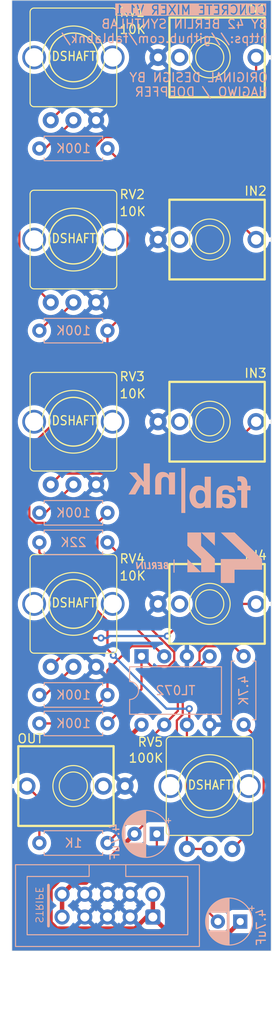
<source format=kicad_pcb>
(kicad_pcb (version 20240108) (generator "pcbnew") (generator_version "8.0")
  (layers (0 "F.Cu" signal) (31 "B.Cu" signal) (34 "B.Paste" user) (35 "F.Paste" user) (36 "B.SilkS" user "B.Silkscreen") (37 "F.SilkS" user "F.Silkscreen") (38 "B.Mask" user) (39 "F.Mask" user) (44 "Edge.Cuts" user))
  (net 0 "")
  (net 1 "GND")
  (net 2 "Net-(J1-PadT)")
  (net 3 "Net-(J2-PadT)")
  (net 5 "Net-(J3-PadT)")
  (net 7 "Net-(J4-PadT)")
  (net 9 "Net-(J5-PadT)")
  (net 11 "Net-(U2C-V+)")
  (net 12 "Net-(U2C-V-)")
  (net 13 "Net-(R1-Pad1)")
  (net 14 "Net-(U2A--)")
  (net 15 "Net-(R2-Pad1)")
  (net 16 "Net-(R3-Pad1)")
  (net 17 "Net-(R4-Pad1)")
  (net 18 "Net-(R5-Pad2)")
  (net 19 "Net-(U2B--)")
  (net 20 "Net-(R7-Pad1)")
  (net 21 "Net-(R7-Pad2)")
  (net 22 "Net-(C1-Pad2)")
  (footprint "LibraryAll:EighthInch_PJ398SM_T_TN_S" (layer "F.Cu") (at 98.78 100.15 180)
    (property "Reference" "J3" (hide yes))
    (property "Value" "IN3")
  )
  (footprint "LibraryAll:EighthInch_PJ398SM_T_TN_S" (layer "F.Cu") (at 83.54 140.79)
    (property "Reference" "J5" (hide yes))
    (property "Value" "OUT")
  )
  (footprint "LibraryAll:Pot_9mm_DShaft_RemovedPins4_5" (layer "F.Cu") (at 83.54 120.47 180)
    (property "Reference" "RV4")
    (property "Value" "10K")
  )
  (footprint "LibraryAll:Pot_9mm_DShaft_RemovedPins4_5" (layer "F.Cu") (at 98.78 140.79 180)
    (property "Reference" "RV5")
    (property "Value" "100K")
  )
  (footprint "LibraryAll:Pot_9mm_DShaft_RemovedPins4_5" (layer "F.Cu") (at 83.54 59.51 180)
    (property "Reference" "RV1")
    (property "Value" "10K")
  )
  (footprint "LibraryAll:EighthInch_PJ398SM_T_TN_S" (layer "F.Cu") (at 98.78 79.83 180)
    (property "Reference" "J2" (hide yes))
    (property "Value" "IN2")
  )
  (footprint "LibraryAll:Pot_9mm_DShaft_RemovedPins4_5" (layer "F.Cu") (at 83.54 100.15 180)
    (property "Reference" "RV3")
    (property "Value" "10K")
  )
  (footprint "LibraryAll:EighthInch_PJ398SM_T_TN_S" (layer "F.Cu") (at 98.78 120.47 180)
    (property "Reference" "J4" (hide yes))
    (property "Value" "IN4")
  )
  (footprint "LibraryAll:EighthInch_PJ398SM_T_TN_S" (layer "F.Cu") (at 98.78 59.51 180)
    (property "Reference" "J1" (hide yes))
    (property "Value" "IN1")
  )
  (footprint "LibraryAll:Pot_9mm_DShaft_RemovedPins4_5" (layer "F.Cu") (at 83.54 79.83 180)
    (property "Reference" "RV2")
    (property "Value" "10K")
  )
  (footprint "Resistor_THT:R_Axial_DIN0207_L6.3mm_D2.5mm_P7.62mm_Horizontal" (layer "B.Cu") (at 79.73 133.805)
    (property "Reference" "R5" (hide yes))
    (property "Value" "100K")
  )
  (footprint "Resistor_THT:R_Axial_DIN0207_L6.3mm_D2.5mm_P7.62mm_Horizontal" (layer "B.Cu") (at 102.59 133.932 90)
    (property "Reference" "R7" (hide yes))
    (property "Value" "4.7K")
  )
  (footprint "Resistor_THT:R_Axial_DIN0207_L6.3mm_D2.5mm_P7.62mm_Horizontal" (layer "B.Cu") (at 79.73 130.63)
    (property "Reference" "R4" (hide yes))
    (property "Value" "100K")
  )
  (footprint "Capacitor_THT:CP_Radial_D5.0mm_P2.50mm" (layer "B.Cu") (at 92.873113 146.124 180)
    (property "Reference" "C2" (hide yes))
    (property "Value" "4.7uF")
  )
  (footprint "Package_DIP:DIP-8_W7.62mm" (layer "B.Cu") (at 91.16 126.322 -90)
    (property "Reference" "U2" (hide yes))
    (property "Value" "TL072")
  )
  (footprint "Resistor_THT:R_Axial_DIN0207_L6.3mm_D2.5mm_P7.62mm_Horizontal" (layer "B.Cu") (at 79.73 69.67)
    (property "Reference" "R1" (hide yes))
    (property "Value" "100K")
  )
  (footprint "Capacitor_THT:CP_Radial_D5.0mm_P2.50mm" (layer "B.Cu") (at 102.209 155.903 180)
    (property "Reference" "C1" (hide yes))
    (property "Value" "4.7uF")
  )
  (footprint "Resistor_THT:R_Axial_DIN0207_L6.3mm_D2.5mm_P7.62mm_Horizontal" (layer "B.Cu") (at 79.73 110.31)
    (property "Reference" "R3" (hide yes))
    (property "Value" "100K")
  )
  (footprint "Resistor_THT:R_Axial_DIN0207_L6.3mm_D2.5mm_P7.62mm_Horizontal" (layer "B.Cu") (at 87.35 113.612 180)
    (property "Reference" "R6" (hide yes))
    (property "Value" "22K")
  )
  (footprint "LibraryAll:IDC-Header_2x05_P2.54mm_Vertical_Euro_Power_Striped" (layer "B.Cu") (at 92.43 155.395 90)
    (property "Reference" "J7" (hide yes))
    (property "Value" "Eurorack_Power_10pin_Unshrouded")
  )
  (footprint "Resistor_THT:R_Axial_DIN0207_L6.3mm_D2.5mm_P7.62mm_Horizontal" (layer "B.Cu") (at 87.35 147.14 180)
    (property "Reference" "R8" (hide yes))
    (property "Value" "1K")
  )
  (footprint "Resistor_THT:R_Axial_DIN0207_L6.3mm_D2.5mm_P7.62mm_Horizontal" (layer "B.Cu") (at 79.73 89.99)
    (property "Reference" "R2" (hide yes))
    (property "Value" "100K")
  )
  (gr_poly (pts (xy 92.009281 116.439964) (xy 91.77449 116.439964) (xy 91.792666 116.593198) (xy 92.20113 116.593198) (xy 92.108104 115.805234) (xy 91.93435 115.805234)) (fill solid) (layer "B.SilkS"))
  (gr_poly (pts (xy 91.406062 106.851896) (xy 91.330615 106.751644) (xy 91.244005 106.64023) (xy 91.147473 106.518893) (xy 91.04226 106.388875) (xy 90.810749 106.107756) (xy 90.559395 105.806792) (xy 89.778875 105.806792) (xy 90.63877 106.732834) (xy 89.699499 108.267417) (xy 90.466791 108.267417) (xy 91.088562 107.169397) (xy 91.406062 107.473668) (xy 91.406062 108.267417) (xy 92.093978 108.267417) (xy 92.093978 104.801376) (xy 91.406062 104.801376)) (fill solid) (layer "B.SilkS"))
  (gr_poly (pts (xy 95.612937 110.331167) (xy 96.062728 110.331167) (xy 96.062728 105.304084) (xy 95.612937 105.304084)) (fill solid) (layer "B.SilkS"))
  (gr_poly (pts (xy 93.833449 115.805579) (xy 93.8231 115.806091) (xy 93.812522 115.806901) (xy 93.801769 115.808065) (xy 93.790895 115.809636) (xy 93.779956 115.811669) (xy 93.769005 115.814218) (xy 93.758097 115.817338) (xy 93.747285 115.821082) (xy 93.736626 115.825504) (xy 93.726172 115.83066) (xy 93.71598 115.836604) (xy 93.706101 115.843389) (xy 93.701297 115.847114) (xy 93.696593 115.85107) (xy 93.691994 115.855263) (xy 93.687507 115.859701) (xy 93.682527 115.865087) (xy 93.677691 115.870895) (xy 93.673025 115.877123) (xy 93.668553 115.883767) (xy 93.664298 115.890824) (xy 93.660287 115.89829) (xy 93.656542 115.906163) (xy 93.653088 115.914439) (xy 93.649949 115.923116) (xy 93.64715 115.932189) (xy 93.644715 115.941656) (xy 93.642668 115.951513) (xy 93.641034 115.961758) (xy 93.639837 115.972386) (xy 93.6391 115.983395) (xy 93.638849 115.994782) (xy 93.638993 116.004186) (xy 93.639422 116.013339) (xy 93.640133 116.022246) (xy 93.641124 116.03091) (xy 93.642391 116.039336) (xy 93.643931 116.047528) (xy 93.645741 116.055491) (xy 93.647819 116.063228) (xy 93.650161 116.070743) (xy 93.652764 116.078042) (xy 93.655625 116.085128) (xy 93.658741 116.092005) (xy 93.662109 116.098677) (xy 93.665726 116.10515) (xy 93.669589 116.111426) (xy 93.673696 116.117511) (xy 93.678374 116.123966) (xy 93.683145 116.129992) (xy 93.687996 116.135606) (xy 93.692915 116.140822) (xy 93.697891 116.145654) (xy 93.702911 116.150119) (xy 93.707963 116.15423) (xy 93.713035 116.158002) (xy 93.718117 116.161451) (xy 93.723194 116.164592) (xy 93.728256 116.167439) (xy 93.73329 116.170007) (xy 93.738285 116.172311) (xy 93.743228 116.174366) (xy 93.748108 116.176187) (xy 93.752913 116.177789) (xy 93.745813 116.179668) (xy 93.738951 116.181755) (xy 93.732325 116.184035) (xy 93.725934 116.186495) (xy 93.719777 116.189121) (xy 93.713852 116.191899) (xy 93.70816 116.194815) (xy 93.702698 116.197855) (xy 93.697466 116.201007) (xy 93.692462 116.204255) (xy 93.687687 116.207586) (xy 93.683138 116.210986) (xy 93.678814 116.214441) (xy 93.674716 116.217938) (xy 93.67084 116.221462) (xy 93.667187 116.225001) (xy 93.660885 116.231709) (xy 93.655066 116.238501) (xy 93.649721 116.24539) (xy 93.644838 116.252392) (xy 93.640408 116.259522) (xy 93.636419 116.266795) (xy 93.632861 116.274224) (xy 93.629723 116.281826) (xy 93.626993 116.289616) (xy 93.624663 116.297607) (xy 93.622721 116.305816) (xy 93.621155 116.314256) (xy 93.619956 116.322944) (xy 93.619113 116.331893) (xy 93.618615 116.341118) (xy 93.618452 116.350636) (xy 93.61881 116.365956) (xy 93.619853 116.380605) (xy 93.621534 116.394589) (xy 93.623803 116.407918) (xy 93.626613 116.4206) (xy 93.629916 116.432644) (xy 93.633664 116.444058) (xy 93.637809 116.454851) (xy 93.642302 116.465031) (xy 93.647097 116.474607) (xy 93.652144 116.483587) (xy 93.657395 116.491979) (xy 93.662804 116.499793) (xy 93.668321 116.507037) (xy 93.673899 116.513719) (xy 93.67949 116.519847) (xy 93.68516 116.525555) (xy 93.69099 116.530973) (xy 93.696972 116.536106) (xy 93.703099 116.540963) (xy 93.715765 116.549878) (xy 93.728931 116.557773) (xy 93.742545 116.564706) (xy 93.756551 116.570735) (xy 93.770896 116.575918) (xy 93.785524 116.58031) (xy 93.800383 116.583971) (xy 93.815417 116.586958) (xy 93.830572 116.589327) (xy 93.845794 116.591137) (xy 93.861028 116.592444) (xy 93.876221 116.593307) (xy 93.891317 116.593782) (xy 93.906264 116.593928) (xy 94.18614 116.593928) (xy 94.16948 116.451585) (xy 93.99572 116.451585) (xy 93.932458 116.451585) (xy 93.919333 116.451378) (xy 93.904846 116.450608) (xy 93.897263 116.449944) (xy 93.889544 116.449056) (xy 93.881756 116.447917) (xy 93.873968 116.4465) (xy 93.866248 116.444776) (xy 93.858664 116.442718) (xy 93.851284 116.440299) (xy 93.844176 116.43749) (xy 93.837408 116.434265) (xy 93.831048 116.430595) (xy 93.828042 116.428585) (xy 93.825164 116.426453) (xy 93.822422 116.424196) (xy 93.819824 116.421811) (xy 93.817848 116.419885) (xy 93.815751 116.417641) (xy 93.813568 116.415067) (xy 93.811334 116.412152) (xy 93.809082 116.408884) (xy 93.806846 116.405251) (xy 93.804661 116.401241) (xy 93.803598 116.399092) (xy 93.802561 116.396844) (xy 93.801553 116.394496) (xy 93.80058 116.392046) (xy 93.799644 116.389493) (xy 93.798752 116.386837) (xy 93.797906 116.384074) (xy 93.797111 116.381204) (xy 93.796372 116.378225) (xy 93.795692 116.375136) (xy 93.795077 116.371935) (xy 93.794529 116.368621) (xy 93.794054 116.365192) (xy 93.793656 116.361647) (xy 93.793339 116.357985) (xy 93.793107 116.354204) (xy 93.792965 116.350302) (xy 93.792917 116.346278) (xy 93.792962 116.343057) (xy 93.793106 116.33967) (xy 93.793363 116.336141) (xy 93.793748 116.332492) (xy 93.794272 116.328745) (xy 93.794951 116.324922) (xy 93.795797 116.321046) (xy 93.796826 116.317139) (xy 93.798049 116.313224) (xy 93.799482 116.309322) (xy 93.801137 116.305457) (xy 93.803029 116.30165) (xy 93.805172 116.297923) (xy 93.807578 116.2943) (xy 93.810262 116.290803) (xy 93.813237 116.287453) (xy 93.815637 116.285074) (xy 93.818187 116.282834) (xy 93.820875 116.280732) (xy 93.823689 116.27876) (xy 93.826616 116.276917) (xy 93.829646 116.275197) (xy 93.835965 116.272111) (xy 93.842551 116.269466) (xy 93.84931 116.267231) (xy 93.856146 116.26537) (xy 93.862965 116.263849) (xy 93.869672 116.262635) (xy 93.876174 116.261693) (xy 93.882374 116.260989) (xy 93.888179 116.26049) (xy 93.898223 116.259968) (xy 93.905549 116.259855) (xy 93.973177 116.259855) (xy 93.99572 116.451585) (xy 94.16948 116.451585) (xy 94.131314 116.125504) (xy 93.957937 116.125504) (xy 93.922298 116.125504) (xy 93.910908 116.125297) (xy 93.904899 116.124997) (xy 93.898731 116.124528) (xy 93.892443 116.123863) (xy 93.886074 116.122975) (xy 93.879662 116.121836) (xy 93.873244 116.120418) (xy 93.86686 116.118694) (xy 93.860548 116.116636) (xy 93.854346 116.114216) (xy 93.848293 116.111407) (xy 93.842427 116.10818) (xy 93.836786 116.10451) (xy 93.831409 116.100366) (xy 93.828831 116.098109) (xy 93.826333 116.095723) (xy 93.823279 116.092459) (xy 93.820399 116.088943) (xy 93.817697 116.085194) (xy 93.815175 116.081234) (xy 93.812837 116.077083) (xy 93.810685 116.07276) (xy 93.808724 116.068286) (xy 93.806956 116.063681) (xy 93.805384 116.058966) (xy 93.804011 116.05416) (xy 93.802841 116.049283) (xy 93.801877 116.044357) (xy 93.801121 116.039401) (xy 93.800578 116.034435) (xy 93.800249 116.02948) (xy 93.800139 116.024555) (xy 93.800297 116.018732) (xy 93.800753 116.01324) (xy 93.801481 116.008069) (xy 93.802457 116.003209) (xy 93.803655 115.998652) (xy 93.805049 115.994388) (xy 93.806614 115.990406) (xy 93.808325 115.986698) (xy 93.810156 115.983254) (xy 93.812081 115.980064) (xy 93.814075 115.977119) (xy 93.816113 115.974409) (xy 93.818169 115.971925) (xy 93.820218 115.969657) (xy 93.822233 115.967595) (xy 93.824191 115.96573) (xy 93.826191 115.964078) (xy 93.828243 115.962525) (xy 93.830346 115.961069) (xy 93.832497 115.959705) (xy 93.836931 115.957244) (xy 93.841523 115.955118) (xy 93.846253 115.953303) (xy 93.851098 115.951775) (xy 93.856038 115.950508) (xy 93.86105 115.949478) (xy 93.866114 115.948662) (xy 93.871207 115.948033) (xy 93.876308 115.947569) (xy 93.881396 115.947244) (xy 93.891446 115.946913) (xy 93.901185 115.946847) (xy 93.937538 115.946847) (xy 93.957937 116.125504) (xy 94.131314 116.125504) (xy 94.093828 115.805234) (xy 93.853242 115.805234)) (fill solid) (layer "B.SilkS"))
  (gr_poly (pts (xy 93.464082 105.754843) (xy 93.419625 105.757742) (xy 93.376161 105.762563) (xy 93.333723 105.769301) (xy 93.29234 105.777948) (xy 93.252045 105.788496) (xy 93.212869 105.800938) (xy 93.174843 105.815267) (xy 93.138 105.831476) (xy 93.102371 105.849558) (xy 93.067986 105.869504) (xy 93.034878 105.891309) (xy 93.003078 105.914964) (xy 92.972618 105.940463) (xy 92.943528 105.967798) (xy 92.915841 105.996962) (xy 92.889589 106.027947) (xy 92.864801 106.060746) (xy 92.841511 106.095353) (xy 92.819749 106.13176) (xy 92.799547 106.169959) (xy 92.780937 106.209943) (xy 92.76395 106.251705) (xy 92.748617 106.295238) (xy 92.73497 106.340534) (xy 92.72304 106.387587) (xy 92.71286 106.436389) (xy 92.704459 106.486932) (xy 92.697871 106.539209) (xy 92.693126 106.593214) (xy 92.690256 106.648939) (xy 92.689292 106.706376) (xy 92.689292 108.267417) (xy 93.377208 108.267417) (xy 93.377208 106.785751) (xy 93.378322 106.73462) (xy 93.381781 106.685524) (xy 93.38776 106.638638) (xy 93.396432 106.594135) (xy 93.407972 106.552189) (xy 93.414872 106.532231) (xy 93.422554 106.512977) (xy 93.431041 106.494449) (xy 93.440353 106.476671) (xy 93.450514 106.459662) (xy 93.461544 106.443446) (xy 93.473465 106.428044) (xy 93.4863 106.413477) (xy 93.50007 106.399768) (xy 93.514796 106.386938) (xy 93.530502 106.375009) (xy 93.547207 106.364003) (xy 93.564935 106.353942) (xy 93.583707 106.344847) (xy 93.603545 106.336741) (xy 93.62447 106.329645) (xy 93.646505 106.32358) (xy 93.669671 106.31857) (xy 93.69399 106.314635) (xy 93.719484 106.311797) (xy 93.746174 106.310078) (xy 93.774083 106.309501) (xy 93.802144 106.309969) (xy 93.829277 106.31139) (xy 93.855485 106.313784) (xy 93.880769 106.317175) (xy 93.905134 106.321582) (xy 93.92858 106.327029) (xy 93.95111 106.333536) (xy 93.972728 106.341127) (xy 93.993434 106.349822) (xy 94.013232 106.359643) (xy 94.032125 106.370612) (xy 94.050113 106.382752) (xy 94.067201 106.396083) (xy 94.08339 106.410628) (xy 94.098682 106.426408) (xy 94.113081 106.443446) (xy 94.126588 106.461762) (xy 94.139207 106.48138) (xy 94.150938 106.50232) (xy 94.161786 106.524604) (xy 94.171752 106.548254) (xy 94.180839 106.573293) (xy 94.189048 106.599741) (xy 94.196383 106.627621) (xy 94.202847 106.656954) (xy 94.20844 106.687762) (xy 94.213167 106.720068) (xy 94.217028 106.753892) (xy 94.220027 106.789257) (xy 94.222167 106.826184) (xy 94.223875 106.904813) (xy 94.223875 108.267417) (xy 94.911791 108.267417) (xy 94.911791 105.806792) (xy 94.250333 105.806792) (xy 94.245398 105.83617) (xy 94.240618 105.873145) (xy 94.236148 105.91539) (xy 94.232143 105.960581) (xy 94.228759 106.006392) (xy 94.226149 106.050498) (xy 94.22447 106.090573) (xy 94.223875 106.124292) (xy 94.207568 106.093971) (xy 94.188296 106.062797) (xy 94.165885 106.031158) (xy 94.140159 105.999442) (xy 94.110946 105.968036) (xy 94.094977 105.95257) (xy 94.07807 105.937327) (xy 94.060204 105.922355) (xy 94.041357 105.907703) (xy 94.021507 105.89342) (xy 94.000633 105.879553) (xy 93.978712 105.866151) (xy 93.955723 105.853262) (xy 93.931644 105.840936) (xy 93.906452 105.82922) (xy 93.880128 105.818163) (xy 93.852648 105.807813) (xy 93.82399 105.798219) (xy 93.794134 105.789429) (xy 93.763056 105.781492) (xy 93.730736 105.774456) (xy 93.697152 105.768369) (xy 93.662281 105.763281) (xy 93.626103 105.759239) (xy 93.588594 105.756291) (xy 93.549734 105.754488) (xy 93.5095 105.753876)) (fill solid) (layer "B.SilkS"))
  (gr_poly (pts (xy 94.742162 116.988985) (xy 94.859876 116.988985) (xy 94.859876 115.504554) (xy 94.742162 115.504554)) (fill solid) (layer "B.SilkS"))
  (gr_poly (pts (xy 96.294023 113.983078) (xy 97.834239 115.46243) (xy 97.834239 116.941781) (xy 99.373733 116.941781) (xy 99.373733 115.46243) (xy 97.834239 113.983078) (xy 97.834239 112.503726) (xy 96.294023 112.503726)) (fill solid) (layer "B.SilkS"))
  (gr_poly (pts (xy 100.4402 107.251885) (xy 100.326964 107.261277) (xy 100.221014 107.277025) (xy 100.122429 107.299207) (xy 100.075922 107.312735) (xy 100.031284 107.327901) (xy 99.988527 107.344713) (xy 99.947659 107.363183) (xy 99.90869 107.383319) (xy 99.87163 107.405131) (xy 99.836489 107.428629) (xy 99.803275 107.453823) (xy 99.772 107.480722) (xy 99.742672 107.509337) (xy 99.715301 107.539675) (xy 99.689897 107.571749) (xy 99.66647 107.605566) (xy 99.645029 107.641137) (xy 99.625584 107.678472) (xy 99.608145 107.71758) (xy 99.592721 107.75847) (xy 99.579322 107.801153) (xy 99.567959 107.845639) (xy 99.558639 107.891936) (xy 99.551374 107.940055) (xy 99.546172 107.990005) (xy 99.543044 108.041796) (xy 99.541999 108.095438) (xy 99.541999 109.127314) (xy 99.539725 109.31955) (xy 99.533731 109.514266) (xy 99.529726 109.600928) (xy 99.525256 109.674257) (xy 99.520476 109.729602) (xy 99.515541 109.762314) (xy 100.16377 109.762314) (xy 100.168731 109.739602) (xy 100.173692 109.712084) (xy 100.183614 109.648211) (xy 100.193535 109.581859) (xy 100.198496 109.551241) (xy 100.203457 109.524188) (xy 100.221647 109.551438) (xy 100.241698 109.578474) (xy 100.263919 109.605084) (xy 100.27594 109.618163) (xy 100.28862 109.631055) (xy 100.301998 109.643734) (xy 100.316112 109.656173) (xy 100.331001 109.668345) (xy 100.346704 109.680225) (xy 100.36326 109.691785) (xy 100.380707 109.702998) (xy 100.399085 109.713838) (xy 100.418431 109.724279) (xy 100.438785 109.734293) (xy 100.460186 109.743855) (xy 100.482671 109.752936) (xy 100.506281 109.761512) (xy 100.531053 109.769554) (xy 100.557027 109.777037) (xy 100.584241 109.783934) (xy 100.612735 109.790218) (xy 100.642545 109.795862) (xy 100.673713 109.800841) (xy 100.706275 109.805126) (xy 100.740272 109.808692) (xy 100.775741 109.811512) (xy 100.812722 109.81356) (xy 100.851253 109.814807) (xy 100.891374 109.815229) (xy 100.946179 109.814117) (xy 100.998987 109.810827) (xy 101.049812 109.80543) (xy 101.098674 109.797995) (xy 101.145587 109.788594) (xy 101.190571 109.777296) (xy 101.23364 109.764171) (xy 101.274813 109.74929) (xy 101.314106 109.732723) (xy 101.351536 109.714541) (xy 101.387121 109.694813) (xy 101.420876 109.67361) (xy 101.45282 109.651002) (xy 101.482969 109.627059) (xy 101.51134 109.601852) (xy 101.537949 109.575451) (xy 101.562815 109.547925) (xy 101.585953 109.519346) (xy 101.607382 109.489783) (xy 101.627117 109.459308) (xy 101.645176 109.427989) (xy 101.661575 109.395897) (xy 101.676333 109.363104) (xy 101.689464 109.329677) (xy 101.71092 109.261209) (xy 101.726077 109.191055) (xy 101.735072 109.119777) (xy 101.73804 109.047937) (xy 101.737024 109.00825) (xy 101.050124 109.00825) (xy 101.048874 109.040306) (xy 101.045086 109.071838) (xy 101.042221 109.087342) (xy 101.038701 109.102634) (xy 101.034516 109.117689) (xy 101.02966 109.132481) (xy 101.024127 109.146981) (xy 101.017907 109.161164) (xy 101.010995 109.175004) (xy 101.003383 109.188472) (xy 100.995064 109.201543) (xy 100.986029 109.214191) (xy 100.976273 109.226388) (xy 100.965788 109.238107) (xy 100.954567 109.249323) (xy 100.942602 109.260008) (xy 100.929886 109.270137) (xy 100.916412 109.279681) (xy 100.902172 109.288615) (xy 100.88716 109.296912) (xy 100.871367 109.304545) (xy 100.854787 109.311488) (xy 100.837413 109.317714) (xy 100.819237 109.323196) (xy 100.800252 109.327908) (xy 100.780451 109.331822) (xy 100.759826 109.334914) (xy 100.73837 109.337155) (xy 100.716076 109.338519) (xy 100.692937 109.33898) (xy 100.653123 109.338097) (xy 100.615496 109.335485) (xy 100.579997 109.331197) (xy 100.546563 109.325285) (xy 100.515135 109.317804) (xy 100.485653 109.308807) (xy 100.458055 109.298346) (xy 100.432281 109.286476) (xy 100.40827 109.273249) (xy 100.385963 109.258719) (xy 100.365297 109.24294) (xy 100.346214 109.225963) (xy 100.328651 109.207843) (xy 100.31255 109.188633) (xy 100.297848 109.168387) (xy 100.284486 109.147156) (xy 100.272403 109.124996) (xy 100.261539 109.101959) (xy 100.251832 109.078098) (xy 100.243223 109.053467) (xy 100.23565 109.028119) (xy 100.229054 109.002107) (xy 100.218547 108.948305) (xy 100.211219 108.892488) (xy 100.206584 108.835082) (xy 100.204159 108.776514) (xy 100.203458 108.717209) (xy 100.203458 108.637833) (xy 100.48127 108.637833) (xy 100.555242 108.639377) (xy 100.623458 108.643983) (xy 100.686054 108.651612) (xy 100.743166 108.662225) (xy 100.79493 108.675784) (xy 100.841481 108.692249) (xy 100.862844 108.70156) (xy 100.882954 108.711583) (xy 100.901829 108.722313) (xy 100.919486 108.733745) (xy 100.935942 108.745876) (xy 100.951212 108.758699) (xy 100.965316 108.77221) (xy 100.978268 108.786404) (xy 100.990087 108.801276) (xy 101.000789 108.816822) (xy 101.010392 108.833036) (xy 101.018912 108.849914) (xy 101.026366 108.867451) (xy 101.032771 108.885642) (xy 101.038144 108.904482) (xy 101.042502 108.923966) (xy 101.048241 108.964849) (xy 101.050124 109.00825) (xy 101.737024 109.00825) (xy 101.736728 108.996699) (xy 101.732811 108.947162) (xy 101.726322 108.89932) (xy 101.717292 108.853169) (xy 101.705753 108.808704) (xy 101.691735 108.76592) (xy 101.675271 108.724812) (xy 101.656392 108.685375) (xy 101.635129 108.647606) (xy 101.611514 108.611497) (xy 101.585578 108.577046) (xy 101.557354 108.544247) (xy 101.526872 108.513095) (xy 101.494163 108.483585) (xy 101.45926 108.455713) (xy 101.422194 108.429474) (xy 101.382996 108.404862) (xy 101.341698 108.381873) (xy 101.298332 108.360503) (xy 101.252928 108.340745) (xy 101.205518 108.322596) (xy 101.156135 108.306051) (xy 101.104808 108.291104) (xy 101.051571 108.277752) (xy 100.996453 108.265988) (xy 100.939488 108.255808) (xy 100.880706 108.247208) (xy 100.820138 108.240183) (xy 100.757817 108.234727) (xy 100.693773 108.230836) (xy 100.560645 108.227729) (xy 100.203458 108.227729) (xy 100.203458 108.082208) (xy 100.204278 108.050004) (xy 100.20692 108.018052) (xy 100.211655 107.986604) (xy 100.218754 107.955911) (xy 100.223275 107.940927) (xy 100.228488 107.926226) (xy 100.234429 107.91184) (xy 100.24113 107.897801) (xy 100.248625 107.884139) (xy 100.256949 107.870887) (xy 100.266136 107.858076) (xy 100.276218 107.845737) (xy 100.287231 107.833902) (xy 100.299208 107.822602) (xy 100.312182 107.811869) (xy 100.326189 107.801735) (xy 100.341262 107.79223) (xy 100.357434 107.783386) (xy 100.37474 107.775235) (xy 100.393213 107.767809) (xy 100.412888 107.761138) (xy 100.433799 107.755255) (xy 100.455978 107.75019) (xy 100.479461 107.745976) (xy 100.504281 107.742643) (xy 100.530472 107.740224) (xy 100.558068 107.738749) (xy 100.587103 107.73825) (xy 100.613698 107.738597) (xy 100.638938 107.739632) (xy 100.662865 107.741346) (xy 100.685521 107.743728) (xy 100.706946 107.746769) (xy 100.727182 107.750459) (xy 100.74627 107.754788) (xy 100.76425 107.759748) (xy 100.781165 107.765327) (xy 100.797055 107.771517) (xy 100.811962 107.778307) (xy 100.825926 107.785689) (xy 100.838989 107.793652) (xy 100.851192 107.802187) (xy 100.862577 107.811283) (xy 100.873184 107.820932) (xy 100.883055 107.831124) (xy 100.89223 107.841848) (xy 100.900751 107.853096) (xy 100.90866 107.864857) (xy 100.915997 107.877122) (xy 100.922803 107.889882) (xy 100.934989 107.916844) (xy 100.945547 107.945666) (xy 100.954807 107.976272) (xy 100.963098 108.008582) (xy 100.970749 108.042521) (xy 101.618978 108.042521) (xy 101.608837 107.961663) (xy 101.593037 107.883073) (xy 101.582893 107.844756) (xy 101.57119 107.807157) (xy 101.557879 107.770329) (xy 101.54291 107.734323) (xy 101.526237 107.699188) (xy 101.507809 107.664976) (xy 101.48758 107.631738) (xy 101.465499 107.599525) (xy 101.44152 107.568387) (xy 101.415593 107.538375) (xy 101.38767 107.509541) (xy 101.357702 107.481935) (xy 101.325642 107.455608) (xy 101.29144 107.430611) (xy 101.255049 107.406994) (xy 101.216419 107.384809) (xy 101.175502 107.364107) (xy 101.132251 107.344938) (xy 101.086616 107.327353) (xy 101.038549 107.311403) (xy 100.988001 107.297139) (xy 100.934924 107.284612) (xy 100.87927 107.273872) (xy 100.820991 107.264972) (xy 100.760037 107.25796) (xy 100.69636 107.252889) (xy 100.629912 107.249809) (xy 100.560645 107.248771)) (fill solid) (layer "B.SilkS"))
  (gr_poly (pts (xy 98.232312 107.553042) (xy 98.211357 107.523315) (xy 98.188077 107.493821) (xy 98.162316 107.464792) (xy 98.13392 107.43646) (xy 98.118685 107.422628) (xy 98.102733 107.409058) (xy 98.086045 107.395779) (xy 98.068601 107.38282) (xy 98.050382 107.370209) (xy 98.031368 107.357976) (xy 98.01154 107.34615) (xy 97.990879 107.334761) (xy 97.969366 107.323836) (xy 97.94698 107.313405) (xy 97.923703 107.303498) (xy 97.899516 107.294143) (xy 97.874398 107.285369) (xy 97.84833 107.277206) (xy 97.821294 107.269682) (xy 97.793269 107.262827) (xy 97.764236 107.256669) (xy 97.734177 107.251238) (xy 97.703071 107.246563) (xy 97.670899 107.242673) (xy 97.637642 107.239597) (xy 97.60328 107.237363) (xy 97.567795 107.236002) (xy 97.531166 107.235542) (xy 97.468921 107.237157) (xy 97.40869 107.24195) (xy 97.350468 107.249843) (xy 97.294255 107.26076) (xy 97.240048 107.274622) (xy 97.187844 107.291352) (xy 97.137641 107.310873) (xy 97.089436 107.333107) (xy 97.043227 107.357976) (xy 96.999012 107.385403) (xy 96.956788 107.415311) (xy 96.916552 107.447622) (xy 96.878303 107.482258) (xy 96.842038 107.519142) (xy 96.807755 107.558197) (xy 96.77545 107.599344) (xy 96.745122 107.642507) (xy 96.716768 107.687607) (xy 96.690386 107.734568) (xy 96.665973 107.783312) (xy 96.643528 107.833761) (xy 96.623047 107.885838) (xy 96.604527 107.939466) (xy 96.587968 107.994566) (xy 96.573366 108.051061) (xy 96.560718 108.108874) (xy 96.550023 108.167927) (xy 96.541278 108.228143) (xy 96.534481 108.289444) (xy 96.529628 108.351753) (xy 96.52575 108.479084) (xy 96.530081 108.607455) (xy 96.543035 108.734004) (xy 96.564555 108.85784) (xy 96.594583 108.978071) (xy 96.633059 109.093807) (xy 96.679926 109.204156) (xy 96.735126 109.308226) (xy 96.765833 109.357627) (xy 96.798601 109.405125) (xy 96.833423 109.450608) (xy 96.870292 109.493964) (xy 96.909201 109.535081) (xy 96.950142 109.573849) (xy 96.993108 109.610156) (xy 97.038092 109.64389) (xy 97.085087 109.67494) (xy 97.134084 109.703195) (xy 97.185078 109.728543) (xy 97.238061 109.750873) (xy 97.293025 109.770073) (xy 97.349963 109.786032) (xy 97.408868 109.798639) (xy 97.469732 109.807781) (xy 97.53255 109.813349) (xy 97.597312 109.815229) (xy 97.664326 109.813996) (xy 97.726632 109.81032) (xy 97.784481 109.804242) (xy 97.838124 109.795799) (xy 97.887814 109.785031) (xy 97.933803 109.771976) (xy 97.976342 109.756673) (xy 98.015684 109.739161) (xy 98.052081 109.719479) (xy 98.085783 109.697665) (xy 98.117044 109.673758) (xy 98.146116 109.647797) (xy 98.173249 109.619821) (xy 98.198696 109.589868) (xy 98.22271 109.557978) (xy 98.245541 109.524188) (xy 98.246135 109.554496) (xy 98.247815 109.58558) (xy 98.250424 109.616973) (xy 98.253809 109.648212) (xy 98.257814 109.67883) (xy 98.262284 109.708363) (xy 98.267064 109.736346) (xy 98.272 109.762314) (xy 98.920229 109.762314) (xy 98.920229 108.955335) (xy 98.920229 108.532) (xy 98.272 108.532) (xy 98.270566 108.607903) (xy 98.266109 108.681578) (xy 98.258396 108.752655) (xy 98.247195 108.820768) (xy 98.232273 108.885548) (xy 98.213398 108.946626) (xy 98.190338 109.003635) (xy 98.177165 109.030498) (xy 98.162859 109.056206) (xy 98.14739 109.080712) (xy 98.130729 109.103971) (xy 98.112847 109.125936) (xy 98.093716 109.146562) (xy 98.073305 109.165802) (xy 98.051587 109.183611) (xy 98.028531 109.199942) (xy 98.004109 109.214749) (xy 97.978292 109.227987) (xy 97.95105 109.239609) (xy 97.922355 109.249569) (xy 97.892178 109.257822) (xy 97.860489 109.26432) (xy 97.827259 109.269019) (xy 97.79246 109.271872) (xy 97.756062 109.272834) (xy 97.723118 109.271946) (xy 97.691256 109.2693) (xy 97.660475 109.26492) (xy 97.630772 109.258829) (xy 97.602145 109.251053) (xy 97.57459 109.241615) (xy 97.548107 109.230539) (xy 97.522691 109.21785) (xy 97.498341 109.203572) (xy 97.475055 109.187729) (xy 97.45283 109.170346) (xy 97.431663 109.151446) (xy 97.411552 109.131054) (xy 97.392495 109.109194) (xy 97.37449 109.08589) (xy 97.357533 109.061167) (xy 97.341623 109.035049) (xy 97.326757 109.007559) (xy 97.312932 108.978723) (xy 97.300146 108.948564) (xy 97.288398 108.917107) (xy 97.277683 108.884376) (xy 97.268001 108.850394) (xy 97.259348 108.815187) (xy 97.251722 108.778779) (xy 97.245121 108.741193) (xy 97.239542 108.702455) (xy 97.234983 108.662587) (xy 97.231441 108.621615) (xy 97.228914 108.579562) (xy 97.226895 108.492313) (xy 97.228765 108.416707) (xy 97.234414 108.343873) (xy 97.2439 108.2741) (xy 97.257281 108.207679) (xy 97.274615 108.144902) (xy 97.295961 108.086059) (xy 97.321376 108.03144) (xy 97.335628 108.005806) (xy 97.350919 107.981336) (xy 97.367256 107.958069) (xy 97.384647 107.936039) (xy 97.403099 107.915283) (xy 97.42262 107.895838) (xy 97.443216 107.877739) (xy 97.464894 107.861024) (xy 97.487663 107.845728) (xy 97.511529 107.831888) (xy 97.5365 107.81954) (xy 97.562582 107.808721) (xy 97.589784 107.799466) (xy 97.618112 107.791813) (xy 97.647573 107.785797) (xy 97.678176 107.781455) (xy 97.709927 107.778823) (xy 97.742833 107.777938) (xy 97.779269 107.778674) (xy 97.814179 107.780883) (xy 97.847587 107.784565) (xy 97.879517 107.78972) (xy 97.909994 107.796348) (xy 97.939042 107.804448) (xy 97.966685 107.814021) (xy 97.992947 107.825067) (xy 98.017853 107.837585) (xy 98.041426 107.851577) (xy 98.063691 107.867041) (xy 98.084673 107.883978) (xy 98.104394 107.902388) (xy 98.122881 107.92227) (xy 98.140156 107.943626) (xy 98.156244 107.966454) (xy 98.17117 107.990754) (xy 98.184957 108.016528) (xy 98.19763 108.043775) (xy 98.209213 108.072494) (xy 98.21973 108.102686) (xy 98.229205 108.13435) (xy 98.237663 108.167488) (xy 98.245128 108.202098) (xy 98.251624 108.238181) (xy 98.257175 108.275737) (xy 98.26554 108.355267) (xy 98.270417 108.440688) (xy 98.272 108.532) (xy 98.920229 108.532) (xy 98.920228 106.283042) (xy 98.232312 106.283042)) (fill solid) (layer "B.SilkS"))
  (gr_poly (pts (xy 92.529661 115.805671) (xy 92.516279 115.806325) (xy 92.502974 115.807366) (xy 92.489765 115.808867) (xy 92.476673 115.8109) (xy 92.463719 115.813537) (xy 92.450924 115.816851) (xy 92.438306 115.820913) (xy 92.425888 115.825797) (xy 92.413689 115.831575) (xy 92.401731 115.838319) (xy 92.390033 115.846101) (xy 92.378615 115.854994) (xy 92.367499 115.86507) (xy 92.356705 115.876402) (xy 92.351784 115.881978) (xy 92.346872 115.888093) (xy 92.342012 115.89476) (xy 92.337246 115.901989) (xy 92.332617 115.909793) (xy 92.328167 115.918184) (xy 92.323938 115.927172) (xy 92.319975 115.93677) (xy 92.316318 115.946988) (xy 92.31301 115.95784) (xy 92.310095 115.969337) (xy 92.307614 115.98149) (xy 92.305611 115.994311) (xy 92.304127 116.007811) (xy 92.303206 116.022003) (xy 92.302969 116.029362) (xy 92.302889 116.036898) (xy 92.303176 116.050736) (xy 92.304026 116.064193) (xy 92.305419 116.077266) (xy 92.307338 116.089948) (xy 92.309764 116.102234) (xy 92.31268 116.114119) (xy 92.316066 116.125598) (xy 92.319905 116.136666) (xy 92.324178 116.147316) (xy 92.328868 116.157544) (xy 92.333955 116.167344) (xy 92.339422 116.176711) (xy 92.345251 116.18564) (xy 92.351422 116.194126) (xy 92.357919 116.202162) (xy 92.364721 116.209745) (xy 92.370995 116.215881) (xy 92.377536 116.221755) (xy 92.384322 116.227364) (xy 92.391331 116.232702) (xy 92.398541 116.237763) (xy 92.405928 116.242542) (xy 92.413472 116.247033) (xy 92.421148 116.251232) (xy 92.428935 116.255134) (xy 92.43681 116.258732) (xy 92.444751 116.262022) (xy 92.452736 116.264998) (xy 92.460741 116.267654) (xy 92.468745 116.269987) (xy 92.476725 116.27199) (xy 92.484658 116.273658) (xy 92.290587 116.593928) (xy 92.493389 116.593928) (xy 92.675078 116.283096) (xy 92.711433 116.593928) (xy 92.885104 116.593928) (xy 92.834697 116.163263) (xy 92.661268 116.163263) (xy 92.618404 116.163263) (xy 92.607146 116.163059) (xy 92.601103 116.162765) (xy 92.594836 116.16231) (xy 92.588386 116.161668) (xy 92.581791 116.160813) (xy 92.575092 116.15972) (xy 92.568329 116.158363) (xy 92.56154 116.156716) (xy 92.554766 116.154755) (xy 92.548045 116.152453) (xy 92.541419 116.149785) (xy 92.534926 116.146725) (xy 92.528607 116.143249) (xy 92.5225 116.139329) (xy 92.516645 116.134942) (xy 92.513846 116.1326) (xy 92.511176 116.130204) (xy 92.508633 116.127756) (xy 92.506214 116.125259) (xy 92.503917 116.122714) (xy 92.501738 116.120124) (xy 92.497726 116.114811) (xy 92.494158 116.109337) (xy 92.491011 116.103716) (xy 92.488265 116.097963) (xy 92.485899 116.092094) (xy 92.48389 116.086122) (xy 92.482219 116.080062) (xy 92.480863 116.073931) (xy 92.479801 116.067742) (xy 92.479012 116.06151) (xy 92.478475 116.055251) (xy 92.478168 116.048979) (xy 92.478071 116.042708) (xy 92.478144 116.037998) (xy 92.478382 116.033145) (xy 92.478813 116.028177) (xy 92.479464 116.023123) (xy 92.480363 116.018009) (xy 92.481536 116.012862) (xy 92.483011 116.007712) (xy 92.484817 116.002585) (xy 92.486979 115.99751) (xy 92.489526 115.992512) (xy 92.492485 115.987622) (xy 92.494128 115.985225) (xy 92.495884 115.982865) (xy 92.497757 115.980545) (xy 92.49975 115.97827) (xy 92.501866 115.976041) (xy 92.50411 115.973864) (xy 92.506484 115.97174) (xy 92.508992 115.969675) (xy 92.511637 115.96767) (xy 92.514423 115.96573) (xy 92.518768 115.963004) (xy 92.523346 115.960539) (xy 92.528151 115.958323) (xy 92.533179 115.956344) (xy 92.538425 115.95459) (xy 92.543882 115.953051) (xy 92.549546 115.951714) (xy 92.555411 115.950568) (xy 92.561472 115.9496) (xy 92.567725 115.948799) (xy 92.574163 115.948154) (xy 92.580783 115.947652) (xy 92.587577 115.947282) (xy 92.594542 115.947033) (xy 92.60896 115.946847) (xy 92.635073 115.946847) (xy 92.661268 116.163263) (xy 92.834697 116.163263) (xy 92.792791 115.805234) (xy 92.556571 115.805234)) (fill solid) (layer "B.SilkS"))
  (gr_poly (pts (xy 96.294102 116.941813) (xy 97.834287 116.941813) (xy 96.294102 115.462461)) (fill solid) (layer "B.SilkS"))
  (gr_poly (pts (xy 91.518585 116.593198) (xy 91.692336 116.593198) (xy 91.600024 115.805234) (xy 91.426272 115.805234)) (fill solid) (layer "B.SilkS"))
  (gr_poly (pts (xy 103.114224 115.46243) (xy 100.033784 115.46243) (xy 100.033784 118.139351) (xy 101.574 118.139351) (xy 101.574 116.66) (xy 104.653718 116.66) (xy 104.653718 115.46243) (xy 101.574 112.503726) (xy 100.033784 112.503726)) (fill solid) (layer "B.SilkS"))
  (gr_poly (pts (xy 92.946144 115.958468) (xy 93.239118 115.958468) (xy 93.260945 116.110979) (xy 92.978133 116.110979) (xy 92.99996 116.264942) (xy 93.281979 116.264942) (xy 93.305951 116.439964) (xy 93.007977 116.439964) (xy 93.029011 116.593928) (xy 93.529154 116.593928) (xy 93.419378 115.805234) (xy 92.924396 115.805234)) (fill solid) (layer "B.SilkS"))
  (gr_poly (pts (xy 102.182406 106.23072) (xy 102.136983 106.232399) (xy 102.092179 106.235009) (xy 102.048926 106.238394) (xy 102.008153 106.242399) (xy 101.970791 106.246869) (xy 101.93777 106.251649) (xy 101.91002 106.256584) (xy 101.91002 106.79898) (xy 101.917613 106.798831) (xy 101.925497 106.798411) (xy 101.942059 106.796913) (xy 101.959552 106.794794) (xy 101.977819 106.792365) (xy 101.996707 106.789936) (xy 102.01606 106.787818) (xy 102.025862 106.786972) (xy 102.035723 106.786319) (xy 102.045622 106.785899) (xy 102.055541 106.785751) (xy 102.091362 106.786704) (xy 102.108245 106.78792) (xy 102.124451 106.789652) (xy 102.139989 106.791918) (xy 102.154866 106.794733) (xy 102.169089 106.798115) (xy 102.182665 106.80208) (xy 102.195601 106.806647) (xy 102.207906 106.811831) (xy 102.219585 106.81765) (xy 102.230646 106.82412) (xy 102.241098 106.831259) (xy 102.250946 106.839084) (xy 102.260198 106.847611) (xy 102.268861 106.856857) (xy 102.276943 106.86684) (xy 102.284451 106.877576) (xy 102.291393 106.889083) (xy 102.297774 106.901377) (xy 102.303603 106.914475) (xy 102.308888 106.928394) (xy 102.313634 106.943151) (xy 102.31785 106.958763) (xy 102.321543 106.975248) (xy 102.32472 106.992621) (xy 102.327388 107.0109) (xy 102.329555 107.030103) (xy 102.332414 107.071344) (xy 102.333353 107.11648) (xy 102.333353 107.27523) (xy 101.896791 107.27523) (xy 101.896791 107.791168) (xy 102.320124 107.791168) (xy 102.320124 109.749084) (xy 102.994812 109.762314) (xy 102.994812 107.804397) (xy 103.365228 107.804397) (xy 103.365228 107.288459) (xy 103.008041 107.288459) (xy 103.008041 107.076792) (xy 103.005089 106.98444) (xy 102.996207 106.89608) (xy 102.981356 106.811983) (xy 102.971681 106.771618) (xy 102.960498 106.732421) (xy 102.947805 106.694425) (xy 102.933594 106.657664) (xy 102.917863 106.622173) (xy 102.900605 106.587985) (xy 102.881817 106.555134) (xy 102.861493 106.523654) (xy 102.839628 106.493579) (xy 102.816218 106.464943) (xy 102.791257 106.43778) (xy 102.764742 106.412123) (xy 102.736666 106.388007) (xy 102.707026 106.365466) (xy 102.675815 106.344533) (xy 102.643031 106.325242) (xy 102.608667 106.307628) (xy 102.572718 106.291724) (xy 102.535181 106.277564) (xy 102.49605 106.265181) (xy 102.45532 106.254611) (xy 102.412987 106.245887) (xy 102.369045 106.239042) (xy 102.323489 106.234111) (xy 102.276316 106.231127) (xy 102.22752 106.230125)) (fill solid) (layer "B.SilkS"))
  (gr_poly (pts (xy 99.373733 113.983078) (xy 99.373733 112.503726) (xy 97.834239 112.503726)) (fill solid) (layer "B.SilkS"))
  (gr_poly (pts (xy 90.759681 116.317957) (xy 90.698641 115.805234) (xy 90.524969 115.805234) (xy 90.617282 116.593928) (xy 90.768411 116.593928) (xy 91.117344 116.0783) (xy 91.176955 116.593928) (xy 91.350627 116.593928) (xy 91.256885 115.805234) (xy 91.105676 115.805234)) (fill solid) (layer "B.SilkS"))
  (gr_rect (start 76.66 53.16) (end 105.66 159.16) (stroke (width 0.05)) (fill none) (layer "Edge.Cuts"))
  (gr_text "CONCRETE MIXER V1.1" (at 105.22 54.81 0) (layer "B.SilkS" knockout) (effects (font (size 1 1)) (justify left bottom mirror)))
  (gr_text "BY 42 BERLIN SYNTHLAB\nhttps://github.com/fablabnk/" (at 105.384 57.986 0) (layer "B.SilkS") (effects (font (size 1 1)) (justify left bottom mirror)))
  (gr_text "ORIGINAL DESIGN BY\nHAGIWO / DOEPFER\n" (at 105.384 63.955 0) (layer "B.SilkS") (effects (font (size 1 1)) (justify left bottom mirror)))
  (segment (start 102.59 63.32) (end 84.202406 63.32) (width 0.25) (layer "F.Cu") (net 2))
  (segment (start 103.987 61.923) (end 102.59 63.32) (width 0.25) (layer "F.Cu") (net 2))
  (segment (start 84.202406 63.32) (end 81.000163 66.522243) (width 0.25) (layer "F.Cu") (net 2))
  (segment (start 103.987 59.51) (end 103.987 61.923) (width 0.25) (layer "F.Cu") (net 2))
  (segment (start 78.46 77.29) (end 78.46 76.969009) (width 0.25) (layer "F.Cu") (net 3))
  (segment (start 78.46 76.969009) (end 87.029009 68.4) (width 0.25) (layer "F.Cu") (net 3))
  (segment (start 87.029009 68.4) (end 92.557 68.4) (width 0.25) (layer "F.Cu") (net 3))
  (segment (start 81.000163 86.842243) (end 77.487463 83.329543) (width 0.25) (layer "F.Cu") (net 3))
  (segment (start 92.557 68.4) (end 103.987 79.83) (width 0.25) (layer "F.Cu") (net 3))
  (segment (start 77.487463 78.262537) (end 78.46 77.29) (width 0.25) (layer "F.Cu") (net 3))
  (segment (start 77.487463 83.329543) (end 77.487463 78.262537) (width 0.25) (layer "F.Cu") (net 3))
  (segment (start 81.000163 107.162243) (end 82.226863 105.935543) (width 0.25) (layer "F.Cu") (net 5))
  (segment (start 82.226863 105.935543) (end 98.201457 105.935543) (width 0.25) (layer "F.Cu") (net 5))
  (segment (start 98.201457 105.935543) (end 103.987 100.15) (width 0.25) (layer "F.Cu") (net 5))
  (segment (start 84.202406 124.28) (end 86.625 124.28) (width 0.25) (layer "F.Cu") (net 7))
  (segment (start 94.052138 124.057841) (end 97.639979 120.47) (width 0.25) (layer "F.Cu") (net 7))
  (segment (start 81.000163 127.482243) (end 84.202406 124.28) (width 0.25) (layer "F.Cu") (net 7))
  (segment (start 97.639979 120.47) (end 103.987 120.47) (width 0.25) (layer "F.Cu") (net 7))
  (via (at 86.625 124.28) (size 0.8) (drill 0.4) (layers "F.Cu" "B.Cu") (net 7))
  (via (at 94.052138 124.057841) (size 0.8) (drill 0.4) (layers "F.Cu" "B.Cu") (net 7))
  (segment (start 87.35 124.28) (end 87.572159 124.057841) (width 0.25) (layer "B.Cu") (net 7))
  (segment (start 87.572159 124.057841) (end 94.052138 124.057841) (width 0.25) (layer "B.Cu") (net 7))
  (segment (start 86.625 124.28) (end 87.35 124.28) (width 0.25) (layer "B.Cu") (net 7))
  (segment (start 79.73 142.187) (end 78.333 140.79) (width 0.25) (layer "F.Cu") (net 9))
  (segment (start 79.73 147.14) (end 79.73 142.187) (width 0.25) (layer "F.Cu") (net 9))
  (segment (start 80.97 156) (end 80.97 152.25) (width 0.5) (layer "F.Cu") (net 11))
  (segment (start 94.188 157.153) (end 100.959 157.153) (width 0.5) (layer "F.Cu") (net 11))
  (segment (start 84.83 140.272) (end 91.16 133.942) (width 0.5) (layer "F.Cu") (net 11))
  (segment (start 92.43 155.395) (end 92.43 152.855) (width 0.5) (layer "F.Cu") (net 11))
  (segment (start 92.43 152.855) (end 92.43 154.693478) (width 0.5) (layer "F.Cu") (net 11))
  (segment (start 92.43 154.693478) (end 90.428478 156.695) (width 0.5) (layer "F.Cu") (net 11))
  (segment (start 92.43 155.395) (end 94.188 157.153) (width 0.5) (layer "F.Cu") (net 11))
  (segment (start 81.665 156.695) (end 80.97 156) (width 0.5) (layer "F.Cu") (net 11))
  (segment (start 84.83 148.39) (end 84.83 140.272) (width 0.5) (layer "F.Cu") (net 11))
  (segment (start 100.959 157.153) (end 102.209 155.903) (width 0.5) (layer "F.Cu") (net 11))
  (segment (start 90.428478 156.695) (end 81.665 156.695) (width 0.5) (layer "F.Cu") (net 11))
  (segment (start 80.97 152.25) (end 84.83 148.39) (width 0.5) (layer "F.Cu") (net 11))
  (segment (start 95.115 135.565) (end 92.045 138.635) (width 0.25) (layer "F.Cu") (net 12))
  (segment (start 82.27 155.395) (end 82.27 152.855) (width 0.5) (layer "F.Cu") (net 12))
  (segment (start 98.78 126.322) (end 95.774009 129.327991) (width 0.25) (layer "F.Cu") (net 12))
  (segment (start 95.774009 132.817) (end 95.115 133.476009) (width 0.25) (layer "F.Cu") (net 12))
  (segment (start 83.57 151.555) (end 84.942113 151.555) (width 0.5) (layer "F.Cu") (net 12))
  (segment (start 82.27 152.855) (end 83.57 151.555) (width 0.5) (layer "F.Cu") (net 12))
  (segment (start 84.942113 151.555) (end 90.373113 146.124) (width 0.5) (layer "F.Cu") (net 12))
  (segment (start 95.115 133.476009) (end 95.115 135.565) (width 0.25) (layer "F.Cu") (net 12))
  (segment (start 92.045 144.452113) (end 90.373113 146.124) (width 0.25) (layer "F.Cu") (net 12))
  (segment (start 95.774009 129.327991) (end 95.774009 132.817) (width 0.25) (layer "F.Cu") (net 12))
  (segment (start 92.045 138.635) (end 92.045 144.452113) (width 0.25) (layer "F.Cu") (net 12))
  (segment (start 83.540163 66.522243) (end 80.392406 69.67) (width 0.25) (layer "F.Cu") (net 13))
  (segment (start 80.392406 69.67) (end 79.73 69.67) (width 0.25) (layer "F.Cu") (net 13))
  (segment (start 78.605 103.03828) (end 87.35 94.29328) (width 0.25) (layer "F.Cu") (net 14))
  (segment (start 92.575 125.197) (end 93.7 126.322) (width 0.25) (layer "F.Cu") (net 14))
  (segment (start 86.225 111.435) (end 79.264009 111.435) (width 0.25) (layer "F.Cu") (net 14))
  (segment (start 89.592863 87.747137) (end 87.35 89.99) (width 0.25) (layer "F.Cu") (net 14))
  (segment (start 87.35 94.29328) (end 87.35 89.99) (width 0.25) (layer "F.Cu") (net 14))
  (segment (start 87.35 69.67) (end 89.592863 71.912863) (width 0.25) (layer "F.Cu") (net 14))
  (segment (start 79.73 133.805) (end 84.175 133.805) (width 0.25) (layer "F.Cu") (net 14))
  (segment (start 84.175 133.805) (end 87.35 130.63) (width 0.25) (layer "F.Cu") (net 14))
  (segment (start 87.35 127.882) (end 90.035 125.197) (width 0.25) (layer "F.Cu") (net 14))
  (segment (start 89.592863 71.912863) (end 89.592863 87.747137) (width 0.25) (layer "F.Cu") (net 14))
  (segment (start 79.264009 111.435) (end 78.605 110.775991) (width 0.25) (layer "F.Cu") (net 14))
  (segment (start 90.71 123.332) (end 92.575 125.197) (width 0.25) (layer "F.Cu") (net 14))
  (segment (start 86.225 115.535) (end 90.71 120.02) (width 0.25) (layer "F.Cu") (net 14))
  (segment (start 87.35 110.31) (end 86.225 111.435) (width 0.25) (layer "F.Cu") (net 14))
  (segment (start 90.71 120.02) (end 90.71 123.332) (width 0.25) (layer "F.Cu") (net 14))
  (segment (start 90.035 125.197) (end 92.575 125.197) (width 0.25) (layer "F.Cu") (net 14))
  (segment (start 78.605 110.775991) (end 78.605 103.03828) (width 0.25) (layer "F.Cu") (net 14))
  (segment (start 86.225 111.435) (end 86.225 115.535) (width 0.25) (layer "F.Cu") (net 14))
  (segment (start 87.35 130.63) (end 87.35 127.882) (width 0.25) (layer "F.Cu") (net 14))
  (segment (start 81.662406 88.72) (end 83.540163 86.842243) (width 0.25) (layer "F.Cu") (net 15))
  (segment (start 81 88.72) (end 81.662406 88.72) (width 0.25) (layer "F.Cu") (net 15))
  (segment (start 79.73 89.99) (end 81 88.72) (width 0.25) (layer "F.Cu") (net 15))
  (segment (start 80.392406 110.31) (end 79.73 110.31) (width 0.25) (layer "F.Cu") (net 16))
  (segment (start 83.540163 107.162243) (end 80.392406 110.31) (width 0.25) (layer "F.Cu") (net 16))
  (segment (start 83.540163 127.482243) (end 80.392406 130.63) (width 0.25) (layer "F.Cu") (net 17))
  (segment (start 80.392406 130.63) (end 79.73 130.63) (width 0.25) (layer "F.Cu") (net 17))
  (segment (start 94.825 125.856009) (end 94.825 126.787991) (width 0.25) (layer "F.Cu") (net 18))
  (segment (start 87.35 113.612) (end 91.16 117.422) (width 0.25) (layer "F.Cu") (net 18))
  (segment (start 91.16 122.191009) (end 94.825 125.856009) (width 0.25) (layer "F.Cu") (net 18))
  (segment (start 87.35 133.805) (end 91.16 129.995) (width 0.25) (layer "F.Cu") (net 18))
  (segment (start 91.16 117.422) (end 91.16 122.191009) (width 0.25) (layer "F.Cu") (net 18))
  (segment (start 92.285 127.447) (end 91.16 126.322) (width 0.25) (layer "F.Cu") (net 18))
  (segment (start 94.825 126.787991) (end 94.165991 127.447) (width 0.25) (layer "F.Cu") (net 18))
  (segment (start 94.165991 127.447) (end 92.285 127.447) (width 0.25) (layer "F.Cu") (net 18))
  (segment (start 91.16 129.995) (end 91.16 126.322) (width 0.25) (layer "F.Cu") (net 18))
  (segment (start 96.503653 133.678347) (end 96.24 133.942) (width 0.25) (layer "F.Cu") (net 19))
  (segment (start 79.73 114.74337) (end 87.35 122.36337) (width 0.25) (layer "F.Cu") (net 19))
  (segment (start 98.780163 147.802243) (end 96.240163 147.802243) (width 0.25) (layer "F.Cu") (net 19))
  (segment (start 96.503653 132.163653) (end 96.503653 133.678347) (width 0.25) (layer "F.Cu") (net 19))
  (segment (start 96.24 147.80208) (end 96.240163 147.802243) (width 0.25) (layer "F.Cu") (net 19))
  (segment (start 79.73 113.612) (end 79.73 114.74337) (width 0.25) (layer "F.Cu") (net 19))
  (segment (start 87.35 125.55) (end 88.003347 126.203347) (width 0.25) (layer "F.Cu") (net 19))
  (segment (start 96.24 133.942) (end 96.24 147.80208) (width 0.25) (layer "F.Cu") (net 19))
  (segment (start 87.35 122.36337) (end 87.35 125.55) (width 0.25) (layer "F.Cu") (net 19))
  (via (at 88.003347 126.203347) (size 0.8) (drill 0.4) (layers "F.Cu" "B.Cu") (net 19))
  (via (at 96.503653 132.163653) (size 0.8) (drill 0.4) (layers "F.Cu" "B.Cu") (net 19))
  (segment (start 88.003347 126.203347) (end 93.963653 132.163653) (width 0.25) (layer "B.Cu") (net 19))
  (segment (start 93.963653 132.163653) (end 96.503653 132.163653) (width 0.25) (layer "B.Cu") (net 19))
  (segment (start 104.832863 144.289543) (end 101.320163 147.802243) (width 0.25) (layer "F.Cu") (net 20))
  (segment (start 104.832863 136.174863) (end 104.832863 144.289543) (width 0.25) (layer "F.Cu") (net 20))
  (segment (start 102.59 133.932) (end 104.832863 136.174863) (width 0.25) (layer "F.Cu") (net 20))
  (segment (start 95.224 132.418) (end 95.224 129.218991) (width 0.25) (layer "F.Cu") (net 21))
  (segment (start 97.655 125.856009) (end 98.314009 125.197) (width 0.25) (layer "F.Cu") (net 21))
  (segment (start 93.7 133.942) (end 95.224 132.418) (width 0.25) (layer "F.Cu") (net 21))
  (segment (start 87.35 147.14) (end 91.668 142.822) (width 0.25) (layer "F.Cu") (net 21))
  (segment (start 91.668 135.974) (end 93.7 133.942) (width 0.25) (layer "F.Cu") (net 21))
  (segment (start 98.314009 125.197) (end 101.475 125.197) (width 0.25) (layer "F.Cu") (net 21))
  (segment (start 97.655 126.787991) (end 97.655 125.856009) (width 0.25) (layer "F.Cu") (net 21))
  (segment (start 95.224 129.218991) (end 97.655 126.787991) (width 0.25) (layer "F.Cu") (net 21))
  (segment (start 91.668 142.822) (end 91.668 135.974) (width 0.25) (layer "F.Cu") (net 21))
  (segment (start 101.475 125.197) (end 102.59 126.312) (width 0.25) (layer "F.Cu") (net 21))
  (segment (start 92.873113 149.067113) (end 99.709 155.903) (width 0.25) (layer "F.Cu") (net 22))
  (segment (start 92.873113 146.124) (end 92.873113 149.067113) (width 0.25) (layer "F.Cu") (net 22))
  (zone (net 1) (net_name "GND") (layer "B.Cu") (connect_pads (clearance 0.5)) (min_thickness 0.25) (fill yes (thermal_gap 0.5) (thermal_bridge_width 0.5))
    (polygon (pts (xy 76.66 53.16) (xy 105.66 53.16) (xy 105.66 159.16) (xy 76.66 159.16)))
  )
)
</source>
